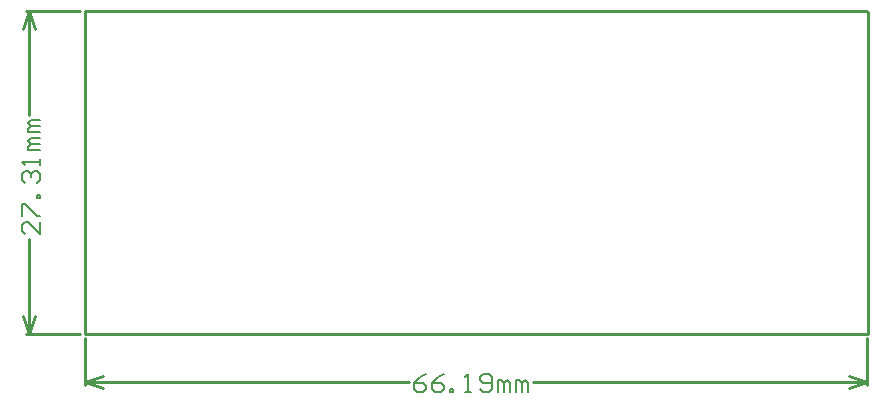
<source format=gm1>
G04*
G04 #@! TF.GenerationSoftware,Altium Limited,Altium Designer,20.2.6 (244)*
G04*
G04 Layer_Color=16711935*
%FSLAX24Y24*%
%MOIN*%
G70*
G04*
G04 #@! TF.SameCoordinates,48E18934-7B2A-4FE3-B34A-5092B9B0F61A*
G04*
G04*
G04 #@! TF.FilePolarity,Positive*
G04*
G01*
G75*
%ADD12C,0.0100*%
%ADD23C,0.0060*%
D12*
X26100Y0D02*
Y10728D01*
X0Y10750D02*
X26059D01*
X0Y0D02*
Y10728D01*
Y0D02*
X26059D01*
X-2050Y600D02*
X-1850Y0D01*
X-1650Y600D01*
X-1850Y10750D02*
X-1650Y10150D01*
X-2050D02*
X-1850Y10750D01*
Y0D02*
Y3156D01*
Y7274D02*
Y10750D01*
X-1950Y0D02*
X-150D01*
X-1950Y10750D02*
X-150D01*
X0Y-1600D02*
X600Y-1400D01*
X0Y-1600D02*
X600Y-1800D01*
X25459D02*
X26059Y-1600D01*
X25459Y-1400D02*
X26059Y-1600D01*
X0D02*
X10810D01*
X14929D02*
X26059D01*
X0Y-1700D02*
Y-150D01*
X26059Y-1700D02*
Y-150D01*
X26100Y0D02*
Y10728D01*
X0Y10750D02*
X26059D01*
X0Y0D02*
Y10728D01*
Y0D02*
X26059D01*
X-2050Y600D02*
X-1850Y0D01*
X-1650Y600D01*
X-1850Y10750D02*
X-1650Y10150D01*
X-2050D02*
X-1850Y10750D01*
Y0D02*
Y3156D01*
Y7274D02*
Y10750D01*
X-1950Y0D02*
X-150D01*
X-1950Y10750D02*
X-150D01*
X0Y-1600D02*
X600Y-1400D01*
X0Y-1600D02*
X600Y-1800D01*
X25459D02*
X26059Y-1600D01*
X25459Y-1400D02*
X26059Y-1600D01*
X0D02*
X10810D01*
X14929D02*
X26059D01*
X0Y-1700D02*
Y-150D01*
X26059Y-1700D02*
Y-150D01*
D23*
X-1490Y3715D02*
Y3316D01*
X-1890Y3715D01*
X-1990D01*
X-2090Y3616D01*
Y3416D01*
X-1990Y3316D01*
X-2090Y3915D02*
Y4315D01*
X-1990D01*
X-1590Y3915D01*
X-1490D01*
Y4515D02*
X-1590D01*
Y4615D01*
X-1490D01*
Y4515D01*
X-1990Y5015D02*
X-2090Y5115D01*
Y5315D01*
X-1990Y5415D01*
X-1890D01*
X-1790Y5315D01*
Y5215D01*
Y5315D01*
X-1690Y5415D01*
X-1590D01*
X-1490Y5315D01*
Y5115D01*
X-1590Y5015D01*
X-1490Y5615D02*
Y5815D01*
Y5715D01*
X-2090D01*
X-1990Y5615D01*
X-1490Y6115D02*
X-1890D01*
Y6215D01*
X-1790Y6315D01*
X-1490D01*
X-1790D01*
X-1890Y6415D01*
X-1790Y6515D01*
X-1490D01*
Y6715D02*
X-1890D01*
Y6814D01*
X-1790Y6914D01*
X-1490D01*
X-1790D01*
X-1890Y7014D01*
X-1790Y7114D01*
X-1490D01*
X11370Y-1360D02*
X11170Y-1460D01*
X10970Y-1660D01*
Y-1860D01*
X11070Y-1960D01*
X11270D01*
X11370Y-1860D01*
Y-1760D01*
X11270Y-1660D01*
X10970D01*
X11970Y-1360D02*
X11770Y-1460D01*
X11570Y-1660D01*
Y-1860D01*
X11670Y-1960D01*
X11870D01*
X11970Y-1860D01*
Y-1760D01*
X11870Y-1660D01*
X11570D01*
X12170Y-1960D02*
Y-1860D01*
X12270D01*
Y-1960D01*
X12170D01*
X12670D02*
X12870D01*
X12770D01*
Y-1360D01*
X12670Y-1460D01*
X13169Y-1860D02*
X13269Y-1960D01*
X13469D01*
X13569Y-1860D01*
Y-1460D01*
X13469Y-1360D01*
X13269D01*
X13169Y-1460D01*
Y-1560D01*
X13269Y-1660D01*
X13569D01*
X13769Y-1960D02*
Y-1560D01*
X13869D01*
X13969Y-1660D01*
Y-1960D01*
Y-1660D01*
X14069Y-1560D01*
X14169Y-1660D01*
Y-1960D01*
X14369D02*
Y-1560D01*
X14469D01*
X14569Y-1660D01*
Y-1960D01*
Y-1660D01*
X14669Y-1560D01*
X14769Y-1660D01*
Y-1960D01*
X-1490Y3715D02*
Y3316D01*
X-1890Y3715D01*
X-1990D01*
X-2090Y3616D01*
Y3416D01*
X-1990Y3316D01*
X-2090Y3915D02*
Y4315D01*
X-1990D01*
X-1590Y3915D01*
X-1490D01*
Y4515D02*
X-1590D01*
Y4615D01*
X-1490D01*
Y4515D01*
X-1990Y5015D02*
X-2090Y5115D01*
Y5315D01*
X-1990Y5415D01*
X-1890D01*
X-1790Y5315D01*
Y5215D01*
Y5315D01*
X-1690Y5415D01*
X-1590D01*
X-1490Y5315D01*
Y5115D01*
X-1590Y5015D01*
X-1490Y5615D02*
Y5815D01*
Y5715D01*
X-2090D01*
X-1990Y5615D01*
X-1490Y6115D02*
X-1890D01*
Y6215D01*
X-1790Y6315D01*
X-1490D01*
X-1790D01*
X-1890Y6415D01*
X-1790Y6515D01*
X-1490D01*
Y6715D02*
X-1890D01*
Y6814D01*
X-1790Y6914D01*
X-1490D01*
X-1790D01*
X-1890Y7014D01*
X-1790Y7114D01*
X-1490D01*
X11370Y-1360D02*
X11170Y-1460D01*
X10970Y-1660D01*
Y-1860D01*
X11070Y-1960D01*
X11270D01*
X11370Y-1860D01*
Y-1760D01*
X11270Y-1660D01*
X10970D01*
X11970Y-1360D02*
X11770Y-1460D01*
X11570Y-1660D01*
Y-1860D01*
X11670Y-1960D01*
X11870D01*
X11970Y-1860D01*
Y-1760D01*
X11870Y-1660D01*
X11570D01*
X12170Y-1960D02*
Y-1860D01*
X12270D01*
Y-1960D01*
X12170D01*
X12670D02*
X12870D01*
X12770D01*
Y-1360D01*
X12670Y-1460D01*
X13169Y-1860D02*
X13269Y-1960D01*
X13469D01*
X13569Y-1860D01*
Y-1460D01*
X13469Y-1360D01*
X13269D01*
X13169Y-1460D01*
Y-1560D01*
X13269Y-1660D01*
X13569D01*
X13769Y-1960D02*
Y-1560D01*
X13869D01*
X13969Y-1660D01*
Y-1960D01*
Y-1660D01*
X14069Y-1560D01*
X14169Y-1660D01*
Y-1960D01*
X14369D02*
Y-1560D01*
X14469D01*
X14569Y-1660D01*
Y-1960D01*
Y-1660D01*
X14669Y-1560D01*
X14769Y-1660D01*
Y-1960D01*
M02*

</source>
